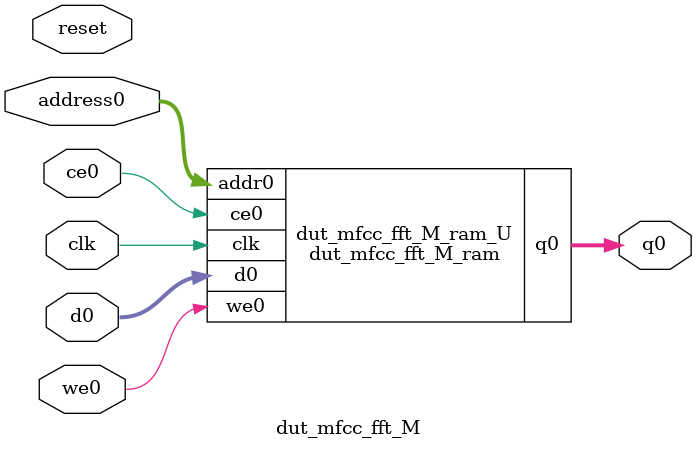
<source format=v>

`timescale 1 ns / 1 ps
module dut_mfcc_fft_M_ram (addr0, ce0, d0, we0, q0,  clk);

parameter DWIDTH = 32;
parameter AWIDTH = 14;
parameter MEM_SIZE = 12544;

input[AWIDTH-1:0] addr0;
input ce0;
input[DWIDTH-1:0] d0;
input we0;
output reg[DWIDTH-1:0] q0;
input clk;

(* ram_style = "block" *)reg [DWIDTH-1:0] ram[MEM_SIZE-1:0];




always @(posedge clk)  
begin 
    if (ce0) 
    begin
        if (we0) 
        begin 
            ram[addr0] <= d0; 
            q0 <= d0;
        end 
        else 
            q0 <= ram[addr0];
    end
end


endmodule


`timescale 1 ns / 1 ps
module dut_mfcc_fft_M(
    reset,
    clk,
    address0,
    ce0,
    we0,
    d0,
    q0);

parameter DataWidth = 32'd32;
parameter AddressRange = 32'd12544;
parameter AddressWidth = 32'd14;
input reset;
input clk;
input[AddressWidth - 1:0] address0;
input ce0;
input we0;
input[DataWidth - 1:0] d0;
output[DataWidth - 1:0] q0;



dut_mfcc_fft_M_ram dut_mfcc_fft_M_ram_U(
    .clk( clk ),
    .addr0( address0 ),
    .ce0( ce0 ),
    .d0( d0 ),
    .we0( we0 ),
    .q0( q0 ));

endmodule


</source>
